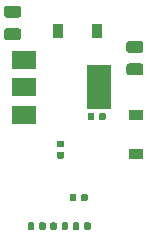
<source format=gbr>
G04 #@! TF.GenerationSoftware,KiCad,Pcbnew,5.1.5+dfsg1-2build2*
G04 #@! TF.CreationDate,2023-08-25T20:20:15+01:00*
G04 #@! TF.ProjectId,pico-sp0256,7069636f-2d73-4703-9032-35362e6b6963,rev?*
G04 #@! TF.SameCoordinates,Original*
G04 #@! TF.FileFunction,Paste,Bot*
G04 #@! TF.FilePolarity,Positive*
%FSLAX46Y46*%
G04 Gerber Fmt 4.6, Leading zero omitted, Abs format (unit mm)*
G04 Created by KiCad (PCBNEW 5.1.5+dfsg1-2build2) date 2023-08-25 20:20:15*
%MOMM*%
%LPD*%
G04 APERTURE LIST*
%ADD10R,0.900000X1.200000*%
%ADD11R,1.200000X0.900000*%
%ADD12R,2.000000X1.500000*%
%ADD13R,2.000000X3.800000*%
%ADD14C,0.100000*%
G04 APERTURE END LIST*
D10*
X83628500Y-71882000D03*
X80328500Y-71882000D03*
D11*
X86931500Y-82295000D03*
X86931500Y-78995000D03*
D12*
X77431500Y-78944500D03*
X77431500Y-74344500D03*
X77431500Y-76644500D03*
D13*
X83731500Y-76644500D03*
D14*
G36*
X82929722Y-88082674D02*
G01*
X82943313Y-88084690D01*
X82956640Y-88088028D01*
X82969576Y-88092657D01*
X82981996Y-88098531D01*
X82993780Y-88105594D01*
X83004815Y-88113779D01*
X83014995Y-88123005D01*
X83024221Y-88133185D01*
X83032406Y-88144220D01*
X83039469Y-88156004D01*
X83045343Y-88168424D01*
X83049972Y-88181360D01*
X83053310Y-88194687D01*
X83055326Y-88208278D01*
X83056000Y-88222000D01*
X83056000Y-88562000D01*
X83055326Y-88575722D01*
X83053310Y-88589313D01*
X83049972Y-88602640D01*
X83045343Y-88615576D01*
X83039469Y-88627996D01*
X83032406Y-88639780D01*
X83024221Y-88650815D01*
X83014995Y-88660995D01*
X83004815Y-88670221D01*
X82993780Y-88678406D01*
X82981996Y-88685469D01*
X82969576Y-88691343D01*
X82956640Y-88695972D01*
X82943313Y-88699310D01*
X82929722Y-88701326D01*
X82916000Y-88702000D01*
X82636000Y-88702000D01*
X82622278Y-88701326D01*
X82608687Y-88699310D01*
X82595360Y-88695972D01*
X82582424Y-88691343D01*
X82570004Y-88685469D01*
X82558220Y-88678406D01*
X82547185Y-88670221D01*
X82537005Y-88660995D01*
X82527779Y-88650815D01*
X82519594Y-88639780D01*
X82512531Y-88627996D01*
X82506657Y-88615576D01*
X82502028Y-88602640D01*
X82498690Y-88589313D01*
X82496674Y-88575722D01*
X82496000Y-88562000D01*
X82496000Y-88222000D01*
X82496674Y-88208278D01*
X82498690Y-88194687D01*
X82502028Y-88181360D01*
X82506657Y-88168424D01*
X82512531Y-88156004D01*
X82519594Y-88144220D01*
X82527779Y-88133185D01*
X82537005Y-88123005D01*
X82547185Y-88113779D01*
X82558220Y-88105594D01*
X82570004Y-88098531D01*
X82582424Y-88092657D01*
X82595360Y-88088028D01*
X82608687Y-88084690D01*
X82622278Y-88082674D01*
X82636000Y-88082000D01*
X82916000Y-88082000D01*
X82929722Y-88082674D01*
G37*
G36*
X81969722Y-88082674D02*
G01*
X81983313Y-88084690D01*
X81996640Y-88088028D01*
X82009576Y-88092657D01*
X82021996Y-88098531D01*
X82033780Y-88105594D01*
X82044815Y-88113779D01*
X82054995Y-88123005D01*
X82064221Y-88133185D01*
X82072406Y-88144220D01*
X82079469Y-88156004D01*
X82085343Y-88168424D01*
X82089972Y-88181360D01*
X82093310Y-88194687D01*
X82095326Y-88208278D01*
X82096000Y-88222000D01*
X82096000Y-88562000D01*
X82095326Y-88575722D01*
X82093310Y-88589313D01*
X82089972Y-88602640D01*
X82085343Y-88615576D01*
X82079469Y-88627996D01*
X82072406Y-88639780D01*
X82064221Y-88650815D01*
X82054995Y-88660995D01*
X82044815Y-88670221D01*
X82033780Y-88678406D01*
X82021996Y-88685469D01*
X82009576Y-88691343D01*
X81996640Y-88695972D01*
X81983313Y-88699310D01*
X81969722Y-88701326D01*
X81956000Y-88702000D01*
X81676000Y-88702000D01*
X81662278Y-88701326D01*
X81648687Y-88699310D01*
X81635360Y-88695972D01*
X81622424Y-88691343D01*
X81610004Y-88685469D01*
X81598220Y-88678406D01*
X81587185Y-88670221D01*
X81577005Y-88660995D01*
X81567779Y-88650815D01*
X81559594Y-88639780D01*
X81552531Y-88627996D01*
X81546657Y-88615576D01*
X81542028Y-88602640D01*
X81538690Y-88589313D01*
X81536674Y-88575722D01*
X81536000Y-88562000D01*
X81536000Y-88222000D01*
X81536674Y-88208278D01*
X81538690Y-88194687D01*
X81542028Y-88181360D01*
X81546657Y-88168424D01*
X81552531Y-88156004D01*
X81559594Y-88144220D01*
X81567779Y-88133185D01*
X81577005Y-88123005D01*
X81587185Y-88113779D01*
X81598220Y-88105594D01*
X81610004Y-88098531D01*
X81622424Y-88092657D01*
X81635360Y-88088028D01*
X81648687Y-88084690D01*
X81662278Y-88082674D01*
X81676000Y-88082000D01*
X81956000Y-88082000D01*
X81969722Y-88082674D01*
G37*
G36*
X78159722Y-88082674D02*
G01*
X78173313Y-88084690D01*
X78186640Y-88088028D01*
X78199576Y-88092657D01*
X78211996Y-88098531D01*
X78223780Y-88105594D01*
X78234815Y-88113779D01*
X78244995Y-88123005D01*
X78254221Y-88133185D01*
X78262406Y-88144220D01*
X78269469Y-88156004D01*
X78275343Y-88168424D01*
X78279972Y-88181360D01*
X78283310Y-88194687D01*
X78285326Y-88208278D01*
X78286000Y-88222000D01*
X78286000Y-88562000D01*
X78285326Y-88575722D01*
X78283310Y-88589313D01*
X78279972Y-88602640D01*
X78275343Y-88615576D01*
X78269469Y-88627996D01*
X78262406Y-88639780D01*
X78254221Y-88650815D01*
X78244995Y-88660995D01*
X78234815Y-88670221D01*
X78223780Y-88678406D01*
X78211996Y-88685469D01*
X78199576Y-88691343D01*
X78186640Y-88695972D01*
X78173313Y-88699310D01*
X78159722Y-88701326D01*
X78146000Y-88702000D01*
X77866000Y-88702000D01*
X77852278Y-88701326D01*
X77838687Y-88699310D01*
X77825360Y-88695972D01*
X77812424Y-88691343D01*
X77800004Y-88685469D01*
X77788220Y-88678406D01*
X77777185Y-88670221D01*
X77767005Y-88660995D01*
X77757779Y-88650815D01*
X77749594Y-88639780D01*
X77742531Y-88627996D01*
X77736657Y-88615576D01*
X77732028Y-88602640D01*
X77728690Y-88589313D01*
X77726674Y-88575722D01*
X77726000Y-88562000D01*
X77726000Y-88222000D01*
X77726674Y-88208278D01*
X77728690Y-88194687D01*
X77732028Y-88181360D01*
X77736657Y-88168424D01*
X77742531Y-88156004D01*
X77749594Y-88144220D01*
X77757779Y-88133185D01*
X77767005Y-88123005D01*
X77777185Y-88113779D01*
X77788220Y-88105594D01*
X77800004Y-88098531D01*
X77812424Y-88092657D01*
X77825360Y-88088028D01*
X77838687Y-88084690D01*
X77852278Y-88082674D01*
X77866000Y-88082000D01*
X78146000Y-88082000D01*
X78159722Y-88082674D01*
G37*
G36*
X79119722Y-88082674D02*
G01*
X79133313Y-88084690D01*
X79146640Y-88088028D01*
X79159576Y-88092657D01*
X79171996Y-88098531D01*
X79183780Y-88105594D01*
X79194815Y-88113779D01*
X79204995Y-88123005D01*
X79214221Y-88133185D01*
X79222406Y-88144220D01*
X79229469Y-88156004D01*
X79235343Y-88168424D01*
X79239972Y-88181360D01*
X79243310Y-88194687D01*
X79245326Y-88208278D01*
X79246000Y-88222000D01*
X79246000Y-88562000D01*
X79245326Y-88575722D01*
X79243310Y-88589313D01*
X79239972Y-88602640D01*
X79235343Y-88615576D01*
X79229469Y-88627996D01*
X79222406Y-88639780D01*
X79214221Y-88650815D01*
X79204995Y-88660995D01*
X79194815Y-88670221D01*
X79183780Y-88678406D01*
X79171996Y-88685469D01*
X79159576Y-88691343D01*
X79146640Y-88695972D01*
X79133313Y-88699310D01*
X79119722Y-88701326D01*
X79106000Y-88702000D01*
X78826000Y-88702000D01*
X78812278Y-88701326D01*
X78798687Y-88699310D01*
X78785360Y-88695972D01*
X78772424Y-88691343D01*
X78760004Y-88685469D01*
X78748220Y-88678406D01*
X78737185Y-88670221D01*
X78727005Y-88660995D01*
X78717779Y-88650815D01*
X78709594Y-88639780D01*
X78702531Y-88627996D01*
X78696657Y-88615576D01*
X78692028Y-88602640D01*
X78688690Y-88589313D01*
X78686674Y-88575722D01*
X78686000Y-88562000D01*
X78686000Y-88222000D01*
X78686674Y-88208278D01*
X78688690Y-88194687D01*
X78692028Y-88181360D01*
X78696657Y-88168424D01*
X78702531Y-88156004D01*
X78709594Y-88144220D01*
X78717779Y-88133185D01*
X78727005Y-88123005D01*
X78737185Y-88113779D01*
X78748220Y-88105594D01*
X78760004Y-88098531D01*
X78772424Y-88092657D01*
X78785360Y-88088028D01*
X78798687Y-88084690D01*
X78812278Y-88082674D01*
X78826000Y-88082000D01*
X79106000Y-88082000D01*
X79119722Y-88082674D01*
G37*
G36*
X84199722Y-78811674D02*
G01*
X84213313Y-78813690D01*
X84226640Y-78817028D01*
X84239576Y-78821657D01*
X84251996Y-78827531D01*
X84263780Y-78834594D01*
X84274815Y-78842779D01*
X84284995Y-78852005D01*
X84294221Y-78862185D01*
X84302406Y-78873220D01*
X84309469Y-78885004D01*
X84315343Y-78897424D01*
X84319972Y-78910360D01*
X84323310Y-78923687D01*
X84325326Y-78937278D01*
X84326000Y-78951000D01*
X84326000Y-79291000D01*
X84325326Y-79304722D01*
X84323310Y-79318313D01*
X84319972Y-79331640D01*
X84315343Y-79344576D01*
X84309469Y-79356996D01*
X84302406Y-79368780D01*
X84294221Y-79379815D01*
X84284995Y-79389995D01*
X84274815Y-79399221D01*
X84263780Y-79407406D01*
X84251996Y-79414469D01*
X84239576Y-79420343D01*
X84226640Y-79424972D01*
X84213313Y-79428310D01*
X84199722Y-79430326D01*
X84186000Y-79431000D01*
X83906000Y-79431000D01*
X83892278Y-79430326D01*
X83878687Y-79428310D01*
X83865360Y-79424972D01*
X83852424Y-79420343D01*
X83840004Y-79414469D01*
X83828220Y-79407406D01*
X83817185Y-79399221D01*
X83807005Y-79389995D01*
X83797779Y-79379815D01*
X83789594Y-79368780D01*
X83782531Y-79356996D01*
X83776657Y-79344576D01*
X83772028Y-79331640D01*
X83768690Y-79318313D01*
X83766674Y-79304722D01*
X83766000Y-79291000D01*
X83766000Y-78951000D01*
X83766674Y-78937278D01*
X83768690Y-78923687D01*
X83772028Y-78910360D01*
X83776657Y-78897424D01*
X83782531Y-78885004D01*
X83789594Y-78873220D01*
X83797779Y-78862185D01*
X83807005Y-78852005D01*
X83817185Y-78842779D01*
X83828220Y-78834594D01*
X83840004Y-78827531D01*
X83852424Y-78821657D01*
X83865360Y-78817028D01*
X83878687Y-78813690D01*
X83892278Y-78811674D01*
X83906000Y-78811000D01*
X84186000Y-78811000D01*
X84199722Y-78811674D01*
G37*
G36*
X83239722Y-78811674D02*
G01*
X83253313Y-78813690D01*
X83266640Y-78817028D01*
X83279576Y-78821657D01*
X83291996Y-78827531D01*
X83303780Y-78834594D01*
X83314815Y-78842779D01*
X83324995Y-78852005D01*
X83334221Y-78862185D01*
X83342406Y-78873220D01*
X83349469Y-78885004D01*
X83355343Y-78897424D01*
X83359972Y-78910360D01*
X83363310Y-78923687D01*
X83365326Y-78937278D01*
X83366000Y-78951000D01*
X83366000Y-79291000D01*
X83365326Y-79304722D01*
X83363310Y-79318313D01*
X83359972Y-79331640D01*
X83355343Y-79344576D01*
X83349469Y-79356996D01*
X83342406Y-79368780D01*
X83334221Y-79379815D01*
X83324995Y-79389995D01*
X83314815Y-79399221D01*
X83303780Y-79407406D01*
X83291996Y-79414469D01*
X83279576Y-79420343D01*
X83266640Y-79424972D01*
X83253313Y-79428310D01*
X83239722Y-79430326D01*
X83226000Y-79431000D01*
X82946000Y-79431000D01*
X82932278Y-79430326D01*
X82918687Y-79428310D01*
X82905360Y-79424972D01*
X82892424Y-79420343D01*
X82880004Y-79414469D01*
X82868220Y-79407406D01*
X82857185Y-79399221D01*
X82847005Y-79389995D01*
X82837779Y-79379815D01*
X82829594Y-79368780D01*
X82822531Y-79356996D01*
X82816657Y-79344576D01*
X82812028Y-79331640D01*
X82808690Y-79318313D01*
X82806674Y-79304722D01*
X82806000Y-79291000D01*
X82806000Y-78951000D01*
X82806674Y-78937278D01*
X82808690Y-78923687D01*
X82812028Y-78910360D01*
X82816657Y-78897424D01*
X82822531Y-78885004D01*
X82829594Y-78873220D01*
X82837779Y-78862185D01*
X82847005Y-78852005D01*
X82857185Y-78842779D01*
X82868220Y-78834594D01*
X82880004Y-78827531D01*
X82892424Y-78821657D01*
X82905360Y-78817028D01*
X82918687Y-78813690D01*
X82932278Y-78811674D01*
X82946000Y-78811000D01*
X83226000Y-78811000D01*
X83239722Y-78811674D01*
G37*
G36*
X81024722Y-88082674D02*
G01*
X81038313Y-88084690D01*
X81051640Y-88088028D01*
X81064576Y-88092657D01*
X81076996Y-88098531D01*
X81088780Y-88105594D01*
X81099815Y-88113779D01*
X81109995Y-88123005D01*
X81119221Y-88133185D01*
X81127406Y-88144220D01*
X81134469Y-88156004D01*
X81140343Y-88168424D01*
X81144972Y-88181360D01*
X81148310Y-88194687D01*
X81150326Y-88208278D01*
X81151000Y-88222000D01*
X81151000Y-88562000D01*
X81150326Y-88575722D01*
X81148310Y-88589313D01*
X81144972Y-88602640D01*
X81140343Y-88615576D01*
X81134469Y-88627996D01*
X81127406Y-88639780D01*
X81119221Y-88650815D01*
X81109995Y-88660995D01*
X81099815Y-88670221D01*
X81088780Y-88678406D01*
X81076996Y-88685469D01*
X81064576Y-88691343D01*
X81051640Y-88695972D01*
X81038313Y-88699310D01*
X81024722Y-88701326D01*
X81011000Y-88702000D01*
X80731000Y-88702000D01*
X80717278Y-88701326D01*
X80703687Y-88699310D01*
X80690360Y-88695972D01*
X80677424Y-88691343D01*
X80665004Y-88685469D01*
X80653220Y-88678406D01*
X80642185Y-88670221D01*
X80632005Y-88660995D01*
X80622779Y-88650815D01*
X80614594Y-88639780D01*
X80607531Y-88627996D01*
X80601657Y-88615576D01*
X80597028Y-88602640D01*
X80593690Y-88589313D01*
X80591674Y-88575722D01*
X80591000Y-88562000D01*
X80591000Y-88222000D01*
X80591674Y-88208278D01*
X80593690Y-88194687D01*
X80597028Y-88181360D01*
X80601657Y-88168424D01*
X80607531Y-88156004D01*
X80614594Y-88144220D01*
X80622779Y-88133185D01*
X80632005Y-88123005D01*
X80642185Y-88113779D01*
X80653220Y-88105594D01*
X80665004Y-88098531D01*
X80677424Y-88092657D01*
X80690360Y-88088028D01*
X80703687Y-88084690D01*
X80717278Y-88082674D01*
X80731000Y-88082000D01*
X81011000Y-88082000D01*
X81024722Y-88082674D01*
G37*
G36*
X80064722Y-88082674D02*
G01*
X80078313Y-88084690D01*
X80091640Y-88088028D01*
X80104576Y-88092657D01*
X80116996Y-88098531D01*
X80128780Y-88105594D01*
X80139815Y-88113779D01*
X80149995Y-88123005D01*
X80159221Y-88133185D01*
X80167406Y-88144220D01*
X80174469Y-88156004D01*
X80180343Y-88168424D01*
X80184972Y-88181360D01*
X80188310Y-88194687D01*
X80190326Y-88208278D01*
X80191000Y-88222000D01*
X80191000Y-88562000D01*
X80190326Y-88575722D01*
X80188310Y-88589313D01*
X80184972Y-88602640D01*
X80180343Y-88615576D01*
X80174469Y-88627996D01*
X80167406Y-88639780D01*
X80159221Y-88650815D01*
X80149995Y-88660995D01*
X80139815Y-88670221D01*
X80128780Y-88678406D01*
X80116996Y-88685469D01*
X80104576Y-88691343D01*
X80091640Y-88695972D01*
X80078313Y-88699310D01*
X80064722Y-88701326D01*
X80051000Y-88702000D01*
X79771000Y-88702000D01*
X79757278Y-88701326D01*
X79743687Y-88699310D01*
X79730360Y-88695972D01*
X79717424Y-88691343D01*
X79705004Y-88685469D01*
X79693220Y-88678406D01*
X79682185Y-88670221D01*
X79672005Y-88660995D01*
X79662779Y-88650815D01*
X79654594Y-88639780D01*
X79647531Y-88627996D01*
X79641657Y-88615576D01*
X79637028Y-88602640D01*
X79633690Y-88589313D01*
X79631674Y-88575722D01*
X79631000Y-88562000D01*
X79631000Y-88222000D01*
X79631674Y-88208278D01*
X79633690Y-88194687D01*
X79637028Y-88181360D01*
X79641657Y-88168424D01*
X79647531Y-88156004D01*
X79654594Y-88144220D01*
X79662779Y-88133185D01*
X79672005Y-88123005D01*
X79682185Y-88113779D01*
X79693220Y-88105594D01*
X79705004Y-88098531D01*
X79717424Y-88092657D01*
X79730360Y-88088028D01*
X79743687Y-88084690D01*
X79757278Y-88082674D01*
X79771000Y-88082000D01*
X80051000Y-88082000D01*
X80064722Y-88082674D01*
G37*
G36*
X80701722Y-82115674D02*
G01*
X80715313Y-82117690D01*
X80728640Y-82121028D01*
X80741576Y-82125657D01*
X80753996Y-82131531D01*
X80765780Y-82138594D01*
X80776815Y-82146779D01*
X80786995Y-82156005D01*
X80796221Y-82166185D01*
X80804406Y-82177220D01*
X80811469Y-82189004D01*
X80817343Y-82201424D01*
X80821972Y-82214360D01*
X80825310Y-82227687D01*
X80827326Y-82241278D01*
X80828000Y-82255000D01*
X80828000Y-82535000D01*
X80827326Y-82548722D01*
X80825310Y-82562313D01*
X80821972Y-82575640D01*
X80817343Y-82588576D01*
X80811469Y-82600996D01*
X80804406Y-82612780D01*
X80796221Y-82623815D01*
X80786995Y-82633995D01*
X80776815Y-82643221D01*
X80765780Y-82651406D01*
X80753996Y-82658469D01*
X80741576Y-82664343D01*
X80728640Y-82668972D01*
X80715313Y-82672310D01*
X80701722Y-82674326D01*
X80688000Y-82675000D01*
X80348000Y-82675000D01*
X80334278Y-82674326D01*
X80320687Y-82672310D01*
X80307360Y-82668972D01*
X80294424Y-82664343D01*
X80282004Y-82658469D01*
X80270220Y-82651406D01*
X80259185Y-82643221D01*
X80249005Y-82633995D01*
X80239779Y-82623815D01*
X80231594Y-82612780D01*
X80224531Y-82600996D01*
X80218657Y-82588576D01*
X80214028Y-82575640D01*
X80210690Y-82562313D01*
X80208674Y-82548722D01*
X80208000Y-82535000D01*
X80208000Y-82255000D01*
X80208674Y-82241278D01*
X80210690Y-82227687D01*
X80214028Y-82214360D01*
X80218657Y-82201424D01*
X80224531Y-82189004D01*
X80231594Y-82177220D01*
X80239779Y-82166185D01*
X80249005Y-82156005D01*
X80259185Y-82146779D01*
X80270220Y-82138594D01*
X80282004Y-82131531D01*
X80294424Y-82125657D01*
X80307360Y-82121028D01*
X80320687Y-82117690D01*
X80334278Y-82115674D01*
X80348000Y-82115000D01*
X80688000Y-82115000D01*
X80701722Y-82115674D01*
G37*
G36*
X80701722Y-81155674D02*
G01*
X80715313Y-81157690D01*
X80728640Y-81161028D01*
X80741576Y-81165657D01*
X80753996Y-81171531D01*
X80765780Y-81178594D01*
X80776815Y-81186779D01*
X80786995Y-81196005D01*
X80796221Y-81206185D01*
X80804406Y-81217220D01*
X80811469Y-81229004D01*
X80817343Y-81241424D01*
X80821972Y-81254360D01*
X80825310Y-81267687D01*
X80827326Y-81281278D01*
X80828000Y-81295000D01*
X80828000Y-81575000D01*
X80827326Y-81588722D01*
X80825310Y-81602313D01*
X80821972Y-81615640D01*
X80817343Y-81628576D01*
X80811469Y-81640996D01*
X80804406Y-81652780D01*
X80796221Y-81663815D01*
X80786995Y-81673995D01*
X80776815Y-81683221D01*
X80765780Y-81691406D01*
X80753996Y-81698469D01*
X80741576Y-81704343D01*
X80728640Y-81708972D01*
X80715313Y-81712310D01*
X80701722Y-81714326D01*
X80688000Y-81715000D01*
X80348000Y-81715000D01*
X80334278Y-81714326D01*
X80320687Y-81712310D01*
X80307360Y-81708972D01*
X80294424Y-81704343D01*
X80282004Y-81698469D01*
X80270220Y-81691406D01*
X80259185Y-81683221D01*
X80249005Y-81673995D01*
X80239779Y-81663815D01*
X80231594Y-81652780D01*
X80224531Y-81640996D01*
X80218657Y-81628576D01*
X80214028Y-81615640D01*
X80210690Y-81602313D01*
X80208674Y-81588722D01*
X80208000Y-81575000D01*
X80208000Y-81295000D01*
X80208674Y-81281278D01*
X80210690Y-81267687D01*
X80214028Y-81254360D01*
X80218657Y-81241424D01*
X80224531Y-81229004D01*
X80231594Y-81217220D01*
X80239779Y-81206185D01*
X80249005Y-81196005D01*
X80259185Y-81186779D01*
X80270220Y-81178594D01*
X80282004Y-81171531D01*
X80294424Y-81165657D01*
X80307360Y-81161028D01*
X80320687Y-81157690D01*
X80334278Y-81155674D01*
X80348000Y-81155000D01*
X80688000Y-81155000D01*
X80701722Y-81155674D01*
G37*
G36*
X82675722Y-85669674D02*
G01*
X82689313Y-85671690D01*
X82702640Y-85675028D01*
X82715576Y-85679657D01*
X82727996Y-85685531D01*
X82739780Y-85692594D01*
X82750815Y-85700779D01*
X82760995Y-85710005D01*
X82770221Y-85720185D01*
X82778406Y-85731220D01*
X82785469Y-85743004D01*
X82791343Y-85755424D01*
X82795972Y-85768360D01*
X82799310Y-85781687D01*
X82801326Y-85795278D01*
X82802000Y-85809000D01*
X82802000Y-86149000D01*
X82801326Y-86162722D01*
X82799310Y-86176313D01*
X82795972Y-86189640D01*
X82791343Y-86202576D01*
X82785469Y-86214996D01*
X82778406Y-86226780D01*
X82770221Y-86237815D01*
X82760995Y-86247995D01*
X82750815Y-86257221D01*
X82739780Y-86265406D01*
X82727996Y-86272469D01*
X82715576Y-86278343D01*
X82702640Y-86282972D01*
X82689313Y-86286310D01*
X82675722Y-86288326D01*
X82662000Y-86289000D01*
X82382000Y-86289000D01*
X82368278Y-86288326D01*
X82354687Y-86286310D01*
X82341360Y-86282972D01*
X82328424Y-86278343D01*
X82316004Y-86272469D01*
X82304220Y-86265406D01*
X82293185Y-86257221D01*
X82283005Y-86247995D01*
X82273779Y-86237815D01*
X82265594Y-86226780D01*
X82258531Y-86214996D01*
X82252657Y-86202576D01*
X82248028Y-86189640D01*
X82244690Y-86176313D01*
X82242674Y-86162722D01*
X82242000Y-86149000D01*
X82242000Y-85809000D01*
X82242674Y-85795278D01*
X82244690Y-85781687D01*
X82248028Y-85768360D01*
X82252657Y-85755424D01*
X82258531Y-85743004D01*
X82265594Y-85731220D01*
X82273779Y-85720185D01*
X82283005Y-85710005D01*
X82293185Y-85700779D01*
X82304220Y-85692594D01*
X82316004Y-85685531D01*
X82328424Y-85679657D01*
X82341360Y-85675028D01*
X82354687Y-85671690D01*
X82368278Y-85669674D01*
X82382000Y-85669000D01*
X82662000Y-85669000D01*
X82675722Y-85669674D01*
G37*
G36*
X81715722Y-85669674D02*
G01*
X81729313Y-85671690D01*
X81742640Y-85675028D01*
X81755576Y-85679657D01*
X81767996Y-85685531D01*
X81779780Y-85692594D01*
X81790815Y-85700779D01*
X81800995Y-85710005D01*
X81810221Y-85720185D01*
X81818406Y-85731220D01*
X81825469Y-85743004D01*
X81831343Y-85755424D01*
X81835972Y-85768360D01*
X81839310Y-85781687D01*
X81841326Y-85795278D01*
X81842000Y-85809000D01*
X81842000Y-86149000D01*
X81841326Y-86162722D01*
X81839310Y-86176313D01*
X81835972Y-86189640D01*
X81831343Y-86202576D01*
X81825469Y-86214996D01*
X81818406Y-86226780D01*
X81810221Y-86237815D01*
X81800995Y-86247995D01*
X81790815Y-86257221D01*
X81779780Y-86265406D01*
X81767996Y-86272469D01*
X81755576Y-86278343D01*
X81742640Y-86282972D01*
X81729313Y-86286310D01*
X81715722Y-86288326D01*
X81702000Y-86289000D01*
X81422000Y-86289000D01*
X81408278Y-86288326D01*
X81394687Y-86286310D01*
X81381360Y-86282972D01*
X81368424Y-86278343D01*
X81356004Y-86272469D01*
X81344220Y-86265406D01*
X81333185Y-86257221D01*
X81323005Y-86247995D01*
X81313779Y-86237815D01*
X81305594Y-86226780D01*
X81298531Y-86214996D01*
X81292657Y-86202576D01*
X81288028Y-86189640D01*
X81284690Y-86176313D01*
X81282674Y-86162722D01*
X81282000Y-86149000D01*
X81282000Y-85809000D01*
X81282674Y-85795278D01*
X81284690Y-85781687D01*
X81288028Y-85768360D01*
X81292657Y-85755424D01*
X81298531Y-85743004D01*
X81305594Y-85731220D01*
X81313779Y-85720185D01*
X81323005Y-85710005D01*
X81333185Y-85700779D01*
X81344220Y-85692594D01*
X81356004Y-85685531D01*
X81368424Y-85679657D01*
X81381360Y-85675028D01*
X81394687Y-85671690D01*
X81408278Y-85669674D01*
X81422000Y-85669000D01*
X81702000Y-85669000D01*
X81715722Y-85669674D01*
G37*
G36*
X87304004Y-74619204D02*
G01*
X87328273Y-74622804D01*
X87352071Y-74628765D01*
X87375171Y-74637030D01*
X87397349Y-74647520D01*
X87418393Y-74660133D01*
X87438098Y-74674747D01*
X87456277Y-74691223D01*
X87472753Y-74709402D01*
X87487367Y-74729107D01*
X87499980Y-74750151D01*
X87510470Y-74772329D01*
X87518735Y-74795429D01*
X87524696Y-74819227D01*
X87528296Y-74843496D01*
X87529500Y-74868000D01*
X87529500Y-75368000D01*
X87528296Y-75392504D01*
X87524696Y-75416773D01*
X87518735Y-75440571D01*
X87510470Y-75463671D01*
X87499980Y-75485849D01*
X87487367Y-75506893D01*
X87472753Y-75526598D01*
X87456277Y-75544777D01*
X87438098Y-75561253D01*
X87418393Y-75575867D01*
X87397349Y-75588480D01*
X87375171Y-75598970D01*
X87352071Y-75607235D01*
X87328273Y-75613196D01*
X87304004Y-75616796D01*
X87279500Y-75618000D01*
X86329500Y-75618000D01*
X86304996Y-75616796D01*
X86280727Y-75613196D01*
X86256929Y-75607235D01*
X86233829Y-75598970D01*
X86211651Y-75588480D01*
X86190607Y-75575867D01*
X86170902Y-75561253D01*
X86152723Y-75544777D01*
X86136247Y-75526598D01*
X86121633Y-75506893D01*
X86109020Y-75485849D01*
X86098530Y-75463671D01*
X86090265Y-75440571D01*
X86084304Y-75416773D01*
X86080704Y-75392504D01*
X86079500Y-75368000D01*
X86079500Y-74868000D01*
X86080704Y-74843496D01*
X86084304Y-74819227D01*
X86090265Y-74795429D01*
X86098530Y-74772329D01*
X86109020Y-74750151D01*
X86121633Y-74729107D01*
X86136247Y-74709402D01*
X86152723Y-74691223D01*
X86170902Y-74674747D01*
X86190607Y-74660133D01*
X86211651Y-74647520D01*
X86233829Y-74637030D01*
X86256929Y-74628765D01*
X86280727Y-74622804D01*
X86304996Y-74619204D01*
X86329500Y-74618000D01*
X87279500Y-74618000D01*
X87304004Y-74619204D01*
G37*
G36*
X87304004Y-72719204D02*
G01*
X87328273Y-72722804D01*
X87352071Y-72728765D01*
X87375171Y-72737030D01*
X87397349Y-72747520D01*
X87418393Y-72760133D01*
X87438098Y-72774747D01*
X87456277Y-72791223D01*
X87472753Y-72809402D01*
X87487367Y-72829107D01*
X87499980Y-72850151D01*
X87510470Y-72872329D01*
X87518735Y-72895429D01*
X87524696Y-72919227D01*
X87528296Y-72943496D01*
X87529500Y-72968000D01*
X87529500Y-73468000D01*
X87528296Y-73492504D01*
X87524696Y-73516773D01*
X87518735Y-73540571D01*
X87510470Y-73563671D01*
X87499980Y-73585849D01*
X87487367Y-73606893D01*
X87472753Y-73626598D01*
X87456277Y-73644777D01*
X87438098Y-73661253D01*
X87418393Y-73675867D01*
X87397349Y-73688480D01*
X87375171Y-73698970D01*
X87352071Y-73707235D01*
X87328273Y-73713196D01*
X87304004Y-73716796D01*
X87279500Y-73718000D01*
X86329500Y-73718000D01*
X86304996Y-73716796D01*
X86280727Y-73713196D01*
X86256929Y-73707235D01*
X86233829Y-73698970D01*
X86211651Y-73688480D01*
X86190607Y-73675867D01*
X86170902Y-73661253D01*
X86152723Y-73644777D01*
X86136247Y-73626598D01*
X86121633Y-73606893D01*
X86109020Y-73585849D01*
X86098530Y-73563671D01*
X86090265Y-73540571D01*
X86084304Y-73516773D01*
X86080704Y-73492504D01*
X86079500Y-73468000D01*
X86079500Y-72968000D01*
X86080704Y-72943496D01*
X86084304Y-72919227D01*
X86090265Y-72895429D01*
X86098530Y-72872329D01*
X86109020Y-72850151D01*
X86121633Y-72829107D01*
X86136247Y-72809402D01*
X86152723Y-72791223D01*
X86170902Y-72774747D01*
X86190607Y-72760133D01*
X86211651Y-72747520D01*
X86233829Y-72737030D01*
X86256929Y-72728765D01*
X86280727Y-72722804D01*
X86304996Y-72719204D01*
X86329500Y-72718000D01*
X87279500Y-72718000D01*
X87304004Y-72719204D01*
G37*
G36*
X76953504Y-69734704D02*
G01*
X76977773Y-69738304D01*
X77001571Y-69744265D01*
X77024671Y-69752530D01*
X77046849Y-69763020D01*
X77067893Y-69775633D01*
X77087598Y-69790247D01*
X77105777Y-69806723D01*
X77122253Y-69824902D01*
X77136867Y-69844607D01*
X77149480Y-69865651D01*
X77159970Y-69887829D01*
X77168235Y-69910929D01*
X77174196Y-69934727D01*
X77177796Y-69958996D01*
X77179000Y-69983500D01*
X77179000Y-70483500D01*
X77177796Y-70508004D01*
X77174196Y-70532273D01*
X77168235Y-70556071D01*
X77159970Y-70579171D01*
X77149480Y-70601349D01*
X77136867Y-70622393D01*
X77122253Y-70642098D01*
X77105777Y-70660277D01*
X77087598Y-70676753D01*
X77067893Y-70691367D01*
X77046849Y-70703980D01*
X77024671Y-70714470D01*
X77001571Y-70722735D01*
X76977773Y-70728696D01*
X76953504Y-70732296D01*
X76929000Y-70733500D01*
X75979000Y-70733500D01*
X75954496Y-70732296D01*
X75930227Y-70728696D01*
X75906429Y-70722735D01*
X75883329Y-70714470D01*
X75861151Y-70703980D01*
X75840107Y-70691367D01*
X75820402Y-70676753D01*
X75802223Y-70660277D01*
X75785747Y-70642098D01*
X75771133Y-70622393D01*
X75758520Y-70601349D01*
X75748030Y-70579171D01*
X75739765Y-70556071D01*
X75733804Y-70532273D01*
X75730204Y-70508004D01*
X75729000Y-70483500D01*
X75729000Y-69983500D01*
X75730204Y-69958996D01*
X75733804Y-69934727D01*
X75739765Y-69910929D01*
X75748030Y-69887829D01*
X75758520Y-69865651D01*
X75771133Y-69844607D01*
X75785747Y-69824902D01*
X75802223Y-69806723D01*
X75820402Y-69790247D01*
X75840107Y-69775633D01*
X75861151Y-69763020D01*
X75883329Y-69752530D01*
X75906429Y-69744265D01*
X75930227Y-69738304D01*
X75954496Y-69734704D01*
X75979000Y-69733500D01*
X76929000Y-69733500D01*
X76953504Y-69734704D01*
G37*
G36*
X76953504Y-71634704D02*
G01*
X76977773Y-71638304D01*
X77001571Y-71644265D01*
X77024671Y-71652530D01*
X77046849Y-71663020D01*
X77067893Y-71675633D01*
X77087598Y-71690247D01*
X77105777Y-71706723D01*
X77122253Y-71724902D01*
X77136867Y-71744607D01*
X77149480Y-71765651D01*
X77159970Y-71787829D01*
X77168235Y-71810929D01*
X77174196Y-71834727D01*
X77177796Y-71858996D01*
X77179000Y-71883500D01*
X77179000Y-72383500D01*
X77177796Y-72408004D01*
X77174196Y-72432273D01*
X77168235Y-72456071D01*
X77159970Y-72479171D01*
X77149480Y-72501349D01*
X77136867Y-72522393D01*
X77122253Y-72542098D01*
X77105777Y-72560277D01*
X77087598Y-72576753D01*
X77067893Y-72591367D01*
X77046849Y-72603980D01*
X77024671Y-72614470D01*
X77001571Y-72622735D01*
X76977773Y-72628696D01*
X76953504Y-72632296D01*
X76929000Y-72633500D01*
X75979000Y-72633500D01*
X75954496Y-72632296D01*
X75930227Y-72628696D01*
X75906429Y-72622735D01*
X75883329Y-72614470D01*
X75861151Y-72603980D01*
X75840107Y-72591367D01*
X75820402Y-72576753D01*
X75802223Y-72560277D01*
X75785747Y-72542098D01*
X75771133Y-72522393D01*
X75758520Y-72501349D01*
X75748030Y-72479171D01*
X75739765Y-72456071D01*
X75733804Y-72432273D01*
X75730204Y-72408004D01*
X75729000Y-72383500D01*
X75729000Y-71883500D01*
X75730204Y-71858996D01*
X75733804Y-71834727D01*
X75739765Y-71810929D01*
X75748030Y-71787829D01*
X75758520Y-71765651D01*
X75771133Y-71744607D01*
X75785747Y-71724902D01*
X75802223Y-71706723D01*
X75820402Y-71690247D01*
X75840107Y-71675633D01*
X75861151Y-71663020D01*
X75883329Y-71652530D01*
X75906429Y-71644265D01*
X75930227Y-71638304D01*
X75954496Y-71634704D01*
X75979000Y-71633500D01*
X76929000Y-71633500D01*
X76953504Y-71634704D01*
G37*
M02*

</source>
